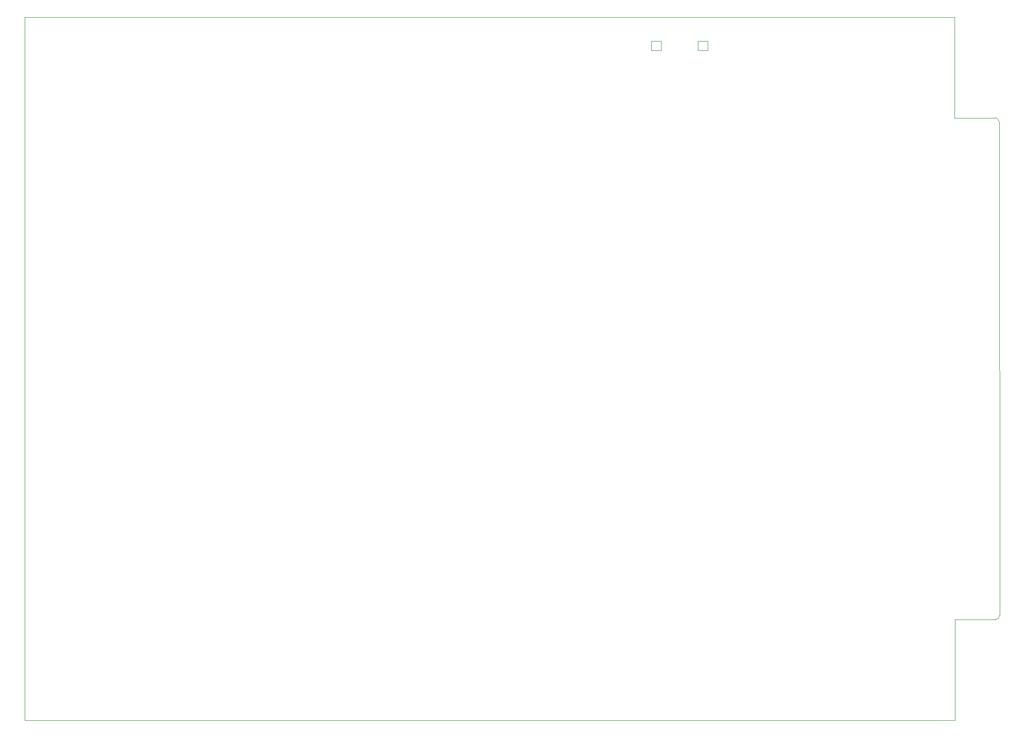
<source format=gbr>
%TF.GenerationSoftware,KiCad,Pcbnew,(5.1.9-0-10_14)*%
%TF.CreationDate,2021-03-05T15:55:50-05:00*%
%TF.ProjectId,Apple1_2layer,4170706c-6531-45f3-926c-617965722e6b,rev?*%
%TF.SameCoordinates,Original*%
%TF.FileFunction,Profile,NP*%
%FSLAX46Y46*%
G04 Gerber Fmt 4.6, Leading zero omitted, Abs format (unit mm)*
G04 Created by KiCad (PCBNEW (5.1.9-0-10_14)) date 2021-03-05 15:55:50*
%MOMM*%
%LPD*%
G01*
G04 APERTURE LIST*
%TA.AperFunction,Profile*%
%ADD10C,0.050000*%
%TD*%
%TA.AperFunction,Profile*%
%ADD11C,0.120000*%
%TD*%
%TA.AperFunction,Profile*%
%ADD12C,0.001000*%
%TD*%
G04 APERTURE END LIST*
D10*
X250545600Y-26162000D02*
X250545600Y-44373800D01*
X250621800Y-135407400D02*
X250621800Y-153720800D01*
X81788000Y-153720800D02*
X250621800Y-153720800D01*
X81788000Y-26162000D02*
X81788000Y-153720800D01*
X81788000Y-26162000D02*
X250545600Y-26162000D01*
D11*
%TO.C,J2*%
X258749800Y-134696200D02*
X258673600Y-45085000D01*
X257962400Y-44373800D02*
X250545600Y-44373800D01*
X258038600Y-135407400D02*
X250621800Y-135407400D01*
X258749800Y-134696200D02*
G75*
G02*
X258038600Y-135407400I-711200J0D01*
G01*
X257962400Y-44373800D02*
G75*
G02*
X258673600Y-45085000I0J-711200D01*
G01*
D12*
%TO.C,J7*%
X204010000Y-30480000D02*
X204010000Y-32180000D01*
X205810000Y-30480000D02*
X204010000Y-30480000D01*
X205810000Y-32180000D02*
X205810000Y-30480000D01*
X204010000Y-32180000D02*
X205810000Y-32180000D01*
X195510000Y-30480000D02*
X195510000Y-32180000D01*
X197310000Y-30480000D02*
X195510000Y-30480000D01*
X197310000Y-32180000D02*
X197310000Y-30480000D01*
X195510000Y-32180000D02*
X197310000Y-32180000D01*
%TD*%
M02*

</source>
